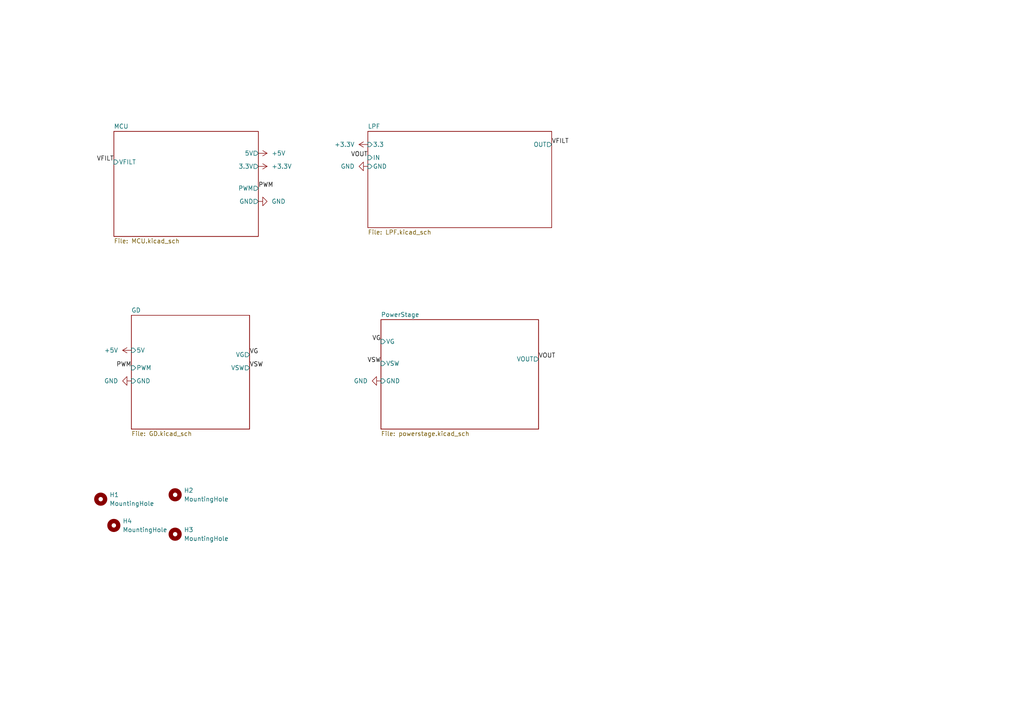
<source format=kicad_sch>
(kicad_sch
	(version 20231120)
	(generator "eeschema")
	(generator_version "8.0")
	(uuid "7f27460f-edcd-4f17-aec5-23474ccb900d")
	(paper "A4")
	(lib_symbols
		(symbol "Mechanical:MountingHole"
			(pin_names
				(offset 1.016)
			)
			(exclude_from_sim yes)
			(in_bom no)
			(on_board yes)
			(property "Reference" "H"
				(at 0 5.08 0)
				(effects
					(font
						(size 1.27 1.27)
					)
				)
			)
			(property "Value" "MountingHole"
				(at 0 3.175 0)
				(effects
					(font
						(size 1.27 1.27)
					)
				)
			)
			(property "Footprint" ""
				(at 0 0 0)
				(effects
					(font
						(size 1.27 1.27)
					)
					(hide yes)
				)
			)
			(property "Datasheet" "~"
				(at 0 0 0)
				(effects
					(font
						(size 1.27 1.27)
					)
					(hide yes)
				)
			)
			(property "Description" "Mounting Hole without connection"
				(at 0 0 0)
				(effects
					(font
						(size 1.27 1.27)
					)
					(hide yes)
				)
			)
			(property "ki_keywords" "mounting hole"
				(at 0 0 0)
				(effects
					(font
						(size 1.27 1.27)
					)
					(hide yes)
				)
			)
			(property "ki_fp_filters" "MountingHole*"
				(at 0 0 0)
				(effects
					(font
						(size 1.27 1.27)
					)
					(hide yes)
				)
			)
			(symbol "MountingHole_0_1"
				(circle
					(center 0 0)
					(radius 1.27)
					(stroke
						(width 1.27)
						(type default)
					)
					(fill
						(type none)
					)
				)
			)
		)
		(symbol "power:+3.3V"
			(power)
			(pin_numbers hide)
			(pin_names
				(offset 0) hide)
			(exclude_from_sim no)
			(in_bom yes)
			(on_board yes)
			(property "Reference" "#PWR"
				(at 0 -3.81 0)
				(effects
					(font
						(size 1.27 1.27)
					)
					(hide yes)
				)
			)
			(property "Value" "+3.3V"
				(at 0 3.556 0)
				(effects
					(font
						(size 1.27 1.27)
					)
				)
			)
			(property "Footprint" ""
				(at 0 0 0)
				(effects
					(font
						(size 1.27 1.27)
					)
					(hide yes)
				)
			)
			(property "Datasheet" ""
				(at 0 0 0)
				(effects
					(font
						(size 1.27 1.27)
					)
					(hide yes)
				)
			)
			(property "Description" "Power symbol creates a global label with name \"+3.3V\""
				(at 0 0 0)
				(effects
					(font
						(size 1.27 1.27)
					)
					(hide yes)
				)
			)
			(property "ki_keywords" "global power"
				(at 0 0 0)
				(effects
					(font
						(size 1.27 1.27)
					)
					(hide yes)
				)
			)
			(symbol "+3.3V_0_1"
				(polyline
					(pts
						(xy -0.762 1.27) (xy 0 2.54)
					)
					(stroke
						(width 0)
						(type default)
					)
					(fill
						(type none)
					)
				)
				(polyline
					(pts
						(xy 0 0) (xy 0 2.54)
					)
					(stroke
						(width 0)
						(type default)
					)
					(fill
						(type none)
					)
				)
				(polyline
					(pts
						(xy 0 2.54) (xy 0.762 1.27)
					)
					(stroke
						(width 0)
						(type default)
					)
					(fill
						(type none)
					)
				)
			)
			(symbol "+3.3V_1_1"
				(pin power_in line
					(at 0 0 90)
					(length 0)
					(name "~"
						(effects
							(font
								(size 1.27 1.27)
							)
						)
					)
					(number "1"
						(effects
							(font
								(size 1.27 1.27)
							)
						)
					)
				)
			)
		)
		(symbol "power:+5V"
			(power)
			(pin_numbers hide)
			(pin_names
				(offset 0) hide)
			(exclude_from_sim no)
			(in_bom yes)
			(on_board yes)
			(property "Reference" "#PWR"
				(at 0 -3.81 0)
				(effects
					(font
						(size 1.27 1.27)
					)
					(hide yes)
				)
			)
			(property "Value" "+5V"
				(at 0 3.556 0)
				(effects
					(font
						(size 1.27 1.27)
					)
				)
			)
			(property "Footprint" ""
				(at 0 0 0)
				(effects
					(font
						(size 1.27 1.27)
					)
					(hide yes)
				)
			)
			(property "Datasheet" ""
				(at 0 0 0)
				(effects
					(font
						(size 1.27 1.27)
					)
					(hide yes)
				)
			)
			(property "Description" "Power symbol creates a global label with name \"+5V\""
				(at 0 0 0)
				(effects
					(font
						(size 1.27 1.27)
					)
					(hide yes)
				)
			)
			(property "ki_keywords" "global power"
				(at 0 0 0)
				(effects
					(font
						(size 1.27 1.27)
					)
					(hide yes)
				)
			)
			(symbol "+5V_0_1"
				(polyline
					(pts
						(xy -0.762 1.27) (xy 0 2.54)
					)
					(stroke
						(width 0)
						(type default)
					)
					(fill
						(type none)
					)
				)
				(polyline
					(pts
						(xy 0 0) (xy 0 2.54)
					)
					(stroke
						(width 0)
						(type default)
					)
					(fill
						(type none)
					)
				)
				(polyline
					(pts
						(xy 0 2.54) (xy 0.762 1.27)
					)
					(stroke
						(width 0)
						(type default)
					)
					(fill
						(type none)
					)
				)
			)
			(symbol "+5V_1_1"
				(pin power_in line
					(at 0 0 90)
					(length 0)
					(name "~"
						(effects
							(font
								(size 1.27 1.27)
							)
						)
					)
					(number "1"
						(effects
							(font
								(size 1.27 1.27)
							)
						)
					)
				)
			)
		)
		(symbol "power:GND"
			(power)
			(pin_numbers hide)
			(pin_names
				(offset 0) hide)
			(exclude_from_sim no)
			(in_bom yes)
			(on_board yes)
			(property "Reference" "#PWR"
				(at 0 -6.35 0)
				(effects
					(font
						(size 1.27 1.27)
					)
					(hide yes)
				)
			)
			(property "Value" "GND"
				(at 0 -3.81 0)
				(effects
					(font
						(size 1.27 1.27)
					)
				)
			)
			(property "Footprint" ""
				(at 0 0 0)
				(effects
					(font
						(size 1.27 1.27)
					)
					(hide yes)
				)
			)
			(property "Datasheet" ""
				(at 0 0 0)
				(effects
					(font
						(size 1.27 1.27)
					)
					(hide yes)
				)
			)
			(property "Description" "Power symbol creates a global label with name \"GND\" , ground"
				(at 0 0 0)
				(effects
					(font
						(size 1.27 1.27)
					)
					(hide yes)
				)
			)
			(property "ki_keywords" "global power"
				(at 0 0 0)
				(effects
					(font
						(size 1.27 1.27)
					)
					(hide yes)
				)
			)
			(symbol "GND_0_1"
				(polyline
					(pts
						(xy 0 0) (xy 0 -1.27) (xy 1.27 -1.27) (xy 0 -2.54) (xy -1.27 -1.27) (xy 0 -1.27)
					)
					(stroke
						(width 0)
						(type default)
					)
					(fill
						(type none)
					)
				)
			)
			(symbol "GND_1_1"
				(pin power_in line
					(at 0 0 270)
					(length 0)
					(name "~"
						(effects
							(font
								(size 1.27 1.27)
							)
						)
					)
					(number "1"
						(effects
							(font
								(size 1.27 1.27)
							)
						)
					)
				)
			)
		)
	)
	(label "VSW"
		(at 72.39 106.68 0)
		(effects
			(font
				(size 1.27 1.27)
			)
			(justify left bottom)
		)
		(uuid "0acc5de2-4c32-4ac6-9e52-62e8acb09c04")
	)
	(label "VOUT"
		(at 106.68 45.72 180)
		(effects
			(font
				(size 1.27 1.27)
			)
			(justify right bottom)
		)
		(uuid "15bd35da-adc4-4a74-8cb3-d8fbe9b2534c")
	)
	(label "VSW"
		(at 110.49 105.41 180)
		(effects
			(font
				(size 1.27 1.27)
			)
			(justify right bottom)
		)
		(uuid "359a3e89-455a-4a0a-b18a-adf035692bb4")
	)
	(label "VG"
		(at 72.39 102.87 0)
		(effects
			(font
				(size 1.27 1.27)
			)
			(justify left bottom)
		)
		(uuid "4032f11a-92b6-4439-8b5f-d97044f6e12b")
	)
	(label "PWM"
		(at 38.1 106.68 180)
		(effects
			(font
				(size 1.27 1.27)
			)
			(justify right bottom)
		)
		(uuid "66bee2dc-89c7-448d-8f4f-332b2d4b58c6")
	)
	(label "VFILT"
		(at 160.02 41.91 0)
		(effects
			(font
				(size 1.27 1.27)
			)
			(justify left bottom)
		)
		(uuid "70bc74f0-cc78-4a82-ae85-e896787e09b4")
	)
	(label "VG"
		(at 110.49 99.06 180)
		(effects
			(font
				(size 1.27 1.27)
			)
			(justify right bottom)
		)
		(uuid "990424e6-0e3a-4e38-8496-f7217bc9f4d1")
	)
	(label "VOUT"
		(at 156.21 104.14 0)
		(effects
			(font
				(size 1.27 1.27)
			)
			(justify left bottom)
		)
		(uuid "9af53626-fdaa-4fac-b4b4-8336ffbe5016")
	)
	(label "VFILT"
		(at 33.02 46.99 180)
		(effects
			(font
				(size 1.27 1.27)
			)
			(justify right bottom)
		)
		(uuid "d9ac09e7-43af-4e1a-8b35-1a0a53d57134")
	)
	(label "PWM"
		(at 74.93 54.61 0)
		(effects
			(font
				(size 1.27 1.27)
			)
			(justify left bottom)
		)
		(uuid "f116ee58-03e8-45b1-af5c-57f43320e9a8")
	)
	(symbol
		(lib_id "power:GND")
		(at 110.49 110.49 270)
		(unit 1)
		(exclude_from_sim no)
		(in_bom yes)
		(on_board yes)
		(dnp no)
		(fields_autoplaced yes)
		(uuid "1c3fa474-9c3e-474f-b129-2ff611610923")
		(property "Reference" "#PWR02"
			(at 104.14 110.49 0)
			(effects
				(font
					(size 1.27 1.27)
				)
				(hide yes)
			)
		)
		(property "Value" "GND"
			(at 106.68 110.4899 90)
			(effects
				(font
					(size 1.27 1.27)
				)
				(justify right)
			)
		)
		(property "Footprint" ""
			(at 110.49 110.49 0)
			(effects
				(font
					(size 1.27 1.27)
				)
				(hide yes)
			)
		)
		(property "Datasheet" ""
			(at 110.49 110.49 0)
			(effects
				(font
					(size 1.27 1.27)
				)
				(hide yes)
			)
		)
		(property "Description" "Power symbol creates a global label with name \"GND\" , ground"
			(at 110.49 110.49 0)
			(effects
				(font
					(size 1.27 1.27)
				)
				(hide yes)
			)
		)
		(pin "1"
			(uuid "03174829-f80d-4f42-9901-31be9f731049")
		)
		(instances
			(project ""
				(path "/7f27460f-edcd-4f17-aec5-23474ccb900d"
					(reference "#PWR02")
					(unit 1)
				)
			)
		)
	)
	(symbol
		(lib_id "Mechanical:MountingHole")
		(at 50.8 143.51 0)
		(unit 1)
		(exclude_from_sim yes)
		(in_bom no)
		(on_board yes)
		(dnp no)
		(fields_autoplaced yes)
		(uuid "21f1b4bf-7f34-425a-8739-084d4a52e5c4")
		(property "Reference" "H2"
			(at 53.34 142.2399 0)
			(effects
				(font
					(size 1.27 1.27)
				)
				(justify left)
			)
		)
		(property "Value" "MountingHole"
			(at 53.34 144.7799 0)
			(effects
				(font
					(size 1.27 1.27)
				)
				(justify left)
			)
		)
		(property "Footprint" "MountingHole:MountingHole_4mm"
			(at 50.8 143.51 0)
			(effects
				(font
					(size 1.27 1.27)
				)
				(hide yes)
			)
		)
		(property "Datasheet" "~"
			(at 50.8 143.51 0)
			(effects
				(font
					(size 1.27 1.27)
				)
				(hide yes)
			)
		)
		(property "Description" "Mounting Hole without connection"
			(at 50.8 143.51 0)
			(effects
				(font
					(size 1.27 1.27)
				)
				(hide yes)
			)
		)
		(property "Part Number" "971100244"
			(at 50.8 143.51 0)
			(effects
				(font
					(size 1.27 1.27)
				)
				(hide yes)
			)
		)
		(instances
			(project "NEW1"
				(path "/7f27460f-edcd-4f17-aec5-23474ccb900d"
					(reference "H2")
					(unit 1)
				)
			)
		)
	)
	(symbol
		(lib_id "Mechanical:MountingHole")
		(at 33.02 152.4 0)
		(unit 1)
		(exclude_from_sim yes)
		(in_bom no)
		(on_board yes)
		(dnp no)
		(fields_autoplaced yes)
		(uuid "22a4db72-6b37-49a8-b10b-67b160f26f8c")
		(property "Reference" "H4"
			(at 35.56 151.1299 0)
			(effects
				(font
					(size 1.27 1.27)
				)
				(justify left)
			)
		)
		(property "Value" "MountingHole"
			(at 35.56 153.6699 0)
			(effects
				(font
					(size 1.27 1.27)
				)
				(justify left)
			)
		)
		(property "Footprint" "MountingHole:MountingHole_4mm"
			(at 33.02 152.4 0)
			(effects
				(font
					(size 1.27 1.27)
				)
				(hide yes)
			)
		)
		(property "Datasheet" "~"
			(at 33.02 152.4 0)
			(effects
				(font
					(size 1.27 1.27)
				)
				(hide yes)
			)
		)
		(property "Description" "Mounting Hole without connection"
			(at 33.02 152.4 0)
			(effects
				(font
					(size 1.27 1.27)
				)
				(hide yes)
			)
		)
		(property "Part Number" "971100244"
			(at 33.02 152.4 0)
			(effects
				(font
					(size 1.27 1.27)
				)
				(hide yes)
			)
		)
		(instances
			(project "NEW1"
				(path "/7f27460f-edcd-4f17-aec5-23474ccb900d"
					(reference "H4")
					(unit 1)
				)
			)
		)
	)
	(symbol
		(lib_id "power:GND")
		(at 74.93 58.42 90)
		(unit 1)
		(exclude_from_sim no)
		(in_bom yes)
		(on_board yes)
		(dnp no)
		(fields_autoplaced yes)
		(uuid "3481b5da-4c00-49ca-8cca-75b1cc49f409")
		(property "Reference" "#PWR03"
			(at 81.28 58.42 0)
			(effects
				(font
					(size 1.27 1.27)
				)
				(hide yes)
			)
		)
		(property "Value" "GND"
			(at 78.74 58.4199 90)
			(effects
				(font
					(size 1.27 1.27)
				)
				(justify right)
			)
		)
		(property "Footprint" ""
			(at 74.93 58.42 0)
			(effects
				(font
					(size 1.27 1.27)
				)
				(hide yes)
			)
		)
		(property "Datasheet" ""
			(at 74.93 58.42 0)
			(effects
				(font
					(size 1.27 1.27)
				)
				(hide yes)
			)
		)
		(property "Description" "Power symbol creates a global label with name \"GND\" , ground"
			(at 74.93 58.42 0)
			(effects
				(font
					(size 1.27 1.27)
				)
				(hide yes)
			)
		)
		(pin "1"
			(uuid "6bdddfec-702a-465f-b2d7-b5a92d9096eb")
		)
		(instances
			(project ""
				(path "/7f27460f-edcd-4f17-aec5-23474ccb900d"
					(reference "#PWR03")
					(unit 1)
				)
			)
		)
	)
	(symbol
		(lib_id "power:+5V")
		(at 38.1 101.6 90)
		(unit 1)
		(exclude_from_sim no)
		(in_bom yes)
		(on_board yes)
		(dnp no)
		(fields_autoplaced yes)
		(uuid "4b5315cb-c500-493e-a8b8-e7e63aa803a8")
		(property "Reference" "#PWR08"
			(at 41.91 101.6 0)
			(effects
				(font
					(size 1.27 1.27)
				)
				(hide yes)
			)
		)
		(property "Value" "+5V"
			(at 34.29 101.5999 90)
			(effects
				(font
					(size 1.27 1.27)
				)
				(justify left)
			)
		)
		(property "Footprint" ""
			(at 38.1 101.6 0)
			(effects
				(font
					(size 1.27 1.27)
				)
				(hide yes)
			)
		)
		(property "Datasheet" ""
			(at 38.1 101.6 0)
			(effects
				(font
					(size 1.27 1.27)
				)
				(hide yes)
			)
		)
		(property "Description" "Power symbol creates a global label with name \"+5V\""
			(at 38.1 101.6 0)
			(effects
				(font
					(size 1.27 1.27)
				)
				(hide yes)
			)
		)
		(pin "1"
			(uuid "cbafb7a4-7dd5-479f-bc84-2e038b389d19")
		)
		(instances
			(project ""
				(path "/7f27460f-edcd-4f17-aec5-23474ccb900d"
					(reference "#PWR08")
					(unit 1)
				)
			)
		)
	)
	(symbol
		(lib_id "Mechanical:MountingHole")
		(at 50.8 154.94 0)
		(unit 1)
		(exclude_from_sim yes)
		(in_bom no)
		(on_board yes)
		(dnp no)
		(fields_autoplaced yes)
		(uuid "5a4cda14-6350-49f6-86ae-caacd451d4eb")
		(property "Reference" "H3"
			(at 53.34 153.6699 0)
			(effects
				(font
					(size 1.27 1.27)
				)
				(justify left)
			)
		)
		(property "Value" "MountingHole"
			(at 53.34 156.2099 0)
			(effects
				(font
					(size 1.27 1.27)
				)
				(justify left)
			)
		)
		(property "Footprint" "MountingHole:MountingHole_4mm"
			(at 50.8 154.94 0)
			(effects
				(font
					(size 1.27 1.27)
				)
				(hide yes)
			)
		)
		(property "Datasheet" "~"
			(at 50.8 154.94 0)
			(effects
				(font
					(size 1.27 1.27)
				)
				(hide yes)
			)
		)
		(property "Description" "Mounting Hole without connection"
			(at 50.8 154.94 0)
			(effects
				(font
					(size 1.27 1.27)
				)
				(hide yes)
			)
		)
		(property "Part Number" "971100244"
			(at 50.8 154.94 0)
			(effects
				(font
					(size 1.27 1.27)
				)
				(hide yes)
			)
		)
		(instances
			(project "NEW1"
				(path "/7f27460f-edcd-4f17-aec5-23474ccb900d"
					(reference "H3")
					(unit 1)
				)
			)
		)
	)
	(symbol
		(lib_id "power:GND")
		(at 38.1 110.49 270)
		(unit 1)
		(exclude_from_sim no)
		(in_bom yes)
		(on_board yes)
		(dnp no)
		(fields_autoplaced yes)
		(uuid "763ff1c6-3758-4bf1-be86-335e659f483d")
		(property "Reference" "#PWR01"
			(at 31.75 110.49 0)
			(effects
				(font
					(size 1.27 1.27)
				)
				(hide yes)
			)
		)
		(property "Value" "GND"
			(at 34.29 110.4899 90)
			(effects
				(font
					(size 1.27 1.27)
				)
				(justify right)
			)
		)
		(property "Footprint" ""
			(at 38.1 110.49 0)
			(effects
				(font
					(size 1.27 1.27)
				)
				(hide yes)
			)
		)
		(property "Datasheet" ""
			(at 38.1 110.49 0)
			(effects
				(font
					(size 1.27 1.27)
				)
				(hide yes)
			)
		)
		(property "Description" "Power symbol creates a global label with name \"GND\" , ground"
			(at 38.1 110.49 0)
			(effects
				(font
					(size 1.27 1.27)
				)
				(hide yes)
			)
		)
		(pin "1"
			(uuid "6d079c74-58fa-4106-9904-53732d769a13")
		)
		(instances
			(project ""
				(path "/7f27460f-edcd-4f17-aec5-23474ccb900d"
					(reference "#PWR01")
					(unit 1)
				)
			)
		)
	)
	(symbol
		(lib_id "Mechanical:MountingHole")
		(at 29.21 144.78 0)
		(unit 1)
		(exclude_from_sim yes)
		(in_bom no)
		(on_board yes)
		(dnp no)
		(fields_autoplaced yes)
		(uuid "9053cea8-b2fa-48c8-9ac1-8a8c092cc4e3")
		(property "Reference" "H1"
			(at 31.75 143.5099 0)
			(effects
				(font
					(size 1.27 1.27)
				)
				(justify left)
			)
		)
		(property "Value" "MountingHole"
			(at 31.75 146.0499 0)
			(effects
				(font
					(size 1.27 1.27)
				)
				(justify left)
			)
		)
		(property "Footprint" "MountingHole:MountingHole_4mm"
			(at 29.21 144.78 0)
			(effects
				(font
					(size 1.27 1.27)
				)
				(hide yes)
			)
		)
		(property "Datasheet" "~"
			(at 29.21 144.78 0)
			(effects
				(font
					(size 1.27 1.27)
				)
				(hide yes)
			)
		)
		(property "Description" "Mounting Hole without connection"
			(at 29.21 144.78 0)
			(effects
				(font
					(size 1.27 1.27)
				)
				(hide yes)
			)
		)
		(property "Part Number" "971100244"
			(at 29.21 144.78 0)
			(effects
				(font
					(size 1.27 1.27)
				)
				(hide yes)
			)
		)
		(instances
			(project ""
				(path "/7f27460f-edcd-4f17-aec5-23474ccb900d"
					(reference "H1")
					(unit 1)
				)
			)
		)
	)
	(symbol
		(lib_id "power:+3.3V")
		(at 74.93 48.26 270)
		(unit 1)
		(exclude_from_sim no)
		(in_bom yes)
		(on_board yes)
		(dnp no)
		(fields_autoplaced yes)
		(uuid "a2489221-f580-4346-ae4f-862aa51f75bd")
		(property "Reference" "#PWR05"
			(at 71.12 48.26 0)
			(effects
				(font
					(size 1.27 1.27)
				)
				(hide yes)
			)
		)
		(property "Value" "+3.3V"
			(at 78.74 48.2599 90)
			(effects
				(font
					(size 1.27 1.27)
				)
				(justify left)
			)
		)
		(property "Footprint" ""
			(at 74.93 48.26 0)
			(effects
				(font
					(size 1.27 1.27)
				)
				(hide yes)
			)
		)
		(property "Datasheet" ""
			(at 74.93 48.26 0)
			(effects
				(font
					(size 1.27 1.27)
				)
				(hide yes)
			)
		)
		(property "Description" "Power symbol creates a global label with name \"+3.3V\""
			(at 74.93 48.26 0)
			(effects
				(font
					(size 1.27 1.27)
				)
				(hide yes)
			)
		)
		(pin "1"
			(uuid "59188fcc-257a-46b1-ac98-7baf05e7e2c5")
		)
		(instances
			(project ""
				(path "/7f27460f-edcd-4f17-aec5-23474ccb900d"
					(reference "#PWR05")
					(unit 1)
				)
			)
		)
	)
	(symbol
		(lib_id "power:+3.3V")
		(at 106.68 41.91 90)
		(unit 1)
		(exclude_from_sim no)
		(in_bom yes)
		(on_board yes)
		(dnp no)
		(fields_autoplaced yes)
		(uuid "c0dee49a-5639-4808-9972-d8ef2b9d8177")
		(property "Reference" "#PWR06"
			(at 110.49 41.91 0)
			(effects
				(font
					(size 1.27 1.27)
				)
				(hide yes)
			)
		)
		(property "Value" "+3.3V"
			(at 102.87 41.9099 90)
			(effects
				(font
					(size 1.27 1.27)
				)
				(justify left)
			)
		)
		(property "Footprint" ""
			(at 106.68 41.91 0)
			(effects
				(font
					(size 1.27 1.27)
				)
				(hide yes)
			)
		)
		(property "Datasheet" ""
			(at 106.68 41.91 0)
			(effects
				(font
					(size 1.27 1.27)
				)
				(hide yes)
			)
		)
		(property "Description" "Power symbol creates a global label with name \"+3.3V\""
			(at 106.68 41.91 0)
			(effects
				(font
					(size 1.27 1.27)
				)
				(hide yes)
			)
		)
		(pin "1"
			(uuid "3f4f6226-4e1d-4c74-b22e-0cd4941e8139")
		)
		(instances
			(project ""
				(path "/7f27460f-edcd-4f17-aec5-23474ccb900d"
					(reference "#PWR06")
					(unit 1)
				)
			)
		)
	)
	(symbol
		(lib_id "power:GND")
		(at 106.68 48.26 270)
		(unit 1)
		(exclude_from_sim no)
		(in_bom yes)
		(on_board yes)
		(dnp no)
		(fields_autoplaced yes)
		(uuid "eabf3ae0-8218-470b-b93d-427863e2128c")
		(property "Reference" "#PWR04"
			(at 100.33 48.26 0)
			(effects
				(font
					(size 1.27 1.27)
				)
				(hide yes)
			)
		)
		(property "Value" "GND"
			(at 102.87 48.2599 90)
			(effects
				(font
					(size 1.27 1.27)
				)
				(justify right)
			)
		)
		(property "Footprint" ""
			(at 106.68 48.26 0)
			(effects
				(font
					(size 1.27 1.27)
				)
				(hide yes)
			)
		)
		(property "Datasheet" ""
			(at 106.68 48.26 0)
			(effects
				(font
					(size 1.27 1.27)
				)
				(hide yes)
			)
		)
		(property "Description" "Power symbol creates a global label with name \"GND\" , ground"
			(at 106.68 48.26 0)
			(effects
				(font
					(size 1.27 1.27)
				)
				(hide yes)
			)
		)
		(pin "1"
			(uuid "8cd2a751-9e60-4aa6-9d46-22ba4009c21d")
		)
		(instances
			(project ""
				(path "/7f27460f-edcd-4f17-aec5-23474ccb900d"
					(reference "#PWR04")
					(unit 1)
				)
			)
		)
	)
	(symbol
		(lib_id "power:+5V")
		(at 74.93 44.45 270)
		(unit 1)
		(exclude_from_sim no)
		(in_bom yes)
		(on_board yes)
		(dnp no)
		(fields_autoplaced yes)
		(uuid "f1f4a838-c565-4e3c-be64-6a7fb75355f6")
		(property "Reference" "#PWR07"
			(at 71.12 44.45 0)
			(effects
				(font
					(size 1.27 1.27)
				)
				(hide yes)
			)
		)
		(property "Value" "+5V"
			(at 78.74 44.4499 90)
			(effects
				(font
					(size 1.27 1.27)
				)
				(justify left)
			)
		)
		(property "Footprint" ""
			(at 74.93 44.45 0)
			(effects
				(font
					(size 1.27 1.27)
				)
				(hide yes)
			)
		)
		(property "Datasheet" ""
			(at 74.93 44.45 0)
			(effects
				(font
					(size 1.27 1.27)
				)
				(hide yes)
			)
		)
		(property "Description" "Power symbol creates a global label with name \"+5V\""
			(at 74.93 44.45 0)
			(effects
				(font
					(size 1.27 1.27)
				)
				(hide yes)
			)
		)
		(pin "1"
			(uuid "7d85e98b-4ae1-4737-81d7-f35d221b1573")
		)
		(instances
			(project ""
				(path "/7f27460f-edcd-4f17-aec5-23474ccb900d"
					(reference "#PWR07")
					(unit 1)
				)
			)
		)
	)
	(sheet
		(at 110.49 92.71)
		(size 45.72 31.75)
		(fields_autoplaced yes)
		(stroke
			(width 0.1524)
			(type solid)
		)
		(fill
			(color 0 0 0 0.0000)
		)
		(uuid "61ab86af-0b69-4601-a42a-ab50c6e164b6")
		(property "Sheetname" "PowerStage"
			(at 110.49 91.9984 0)
			(effects
				(font
					(size 1.27 1.27)
				)
				(justify left bottom)
			)
		)
		(property "Sheetfile" "powerstage.kicad_sch"
			(at 110.49 125.0446 0)
			(effects
				(font
					(size 1.27 1.27)
				)
				(justify left top)
			)
		)
		(pin "VG" input
			(at 110.49 99.06 180)
			(effects
				(font
					(size 1.27 1.27)
				)
				(justify left)
			)
			(uuid "5610c89c-f054-4438-b62a-ee8854adda4b")
		)
		(pin "VSW" input
			(at 110.49 105.41 180)
			(effects
				(font
					(size 1.27 1.27)
				)
				(justify left)
			)
			(uuid "fa733140-71f4-424a-8904-8cf0bfbd5956")
		)
		(pin "GND" input
			(at 110.49 110.49 180)
			(effects
				(font
					(size 1.27 1.27)
				)
				(justify left)
			)
			(uuid "2ea2bb2b-8e45-4b1e-b599-1d87c24e06ec")
		)
		(pin "VOUT" output
			(at 156.21 104.14 0)
			(effects
				(font
					(size 1.27 1.27)
				)
				(justify right)
			)
			(uuid "88bc5e27-1445-4695-b4a1-5027906a16e9")
		)
		(instances
			(project "NEW1"
				(path "/7f27460f-edcd-4f17-aec5-23474ccb900d"
					(page "5")
				)
			)
		)
	)
	(sheet
		(at 106.68 38.1)
		(size 53.34 27.94)
		(fields_autoplaced yes)
		(stroke
			(width 0.1524)
			(type solid)
		)
		(fill
			(color 0 0 0 0.0000)
		)
		(uuid "68f1c2b9-f8e6-4df9-b77c-5a4062b6111f")
		(property "Sheetname" "LPF"
			(at 106.68 37.3884 0)
			(effects
				(font
					(size 1.27 1.27)
				)
				(justify left bottom)
			)
		)
		(property "Sheetfile" "LPF.kicad_sch"
			(at 106.68 66.6246 0)
			(effects
				(font
					(size 1.27 1.27)
				)
				(justify left top)
			)
		)
		(pin "3.3" input
			(at 106.68 41.91 180)
			(effects
				(font
					(size 1.27 1.27)
				)
				(justify left)
			)
			(uuid "75e597d3-2ac3-4ec8-94ec-a33847917078")
		)
		(pin "IN" input
			(at 106.68 45.72 180)
			(effects
				(font
					(size 1.27 1.27)
				)
				(justify left)
			)
			(uuid "ab7d16bd-c27d-4645-8dcd-581d05990372")
		)
		(pin "GND" input
			(at 106.68 48.26 180)
			(effects
				(font
					(size 1.27 1.27)
				)
				(justify left)
			)
			(uuid "8b653e8b-5d60-4421-87b1-c304afa6f5df")
		)
		(pin "OUT" output
			(at 160.02 41.91 0)
			(effects
				(font
					(size 1.27 1.27)
				)
				(justify right)
			)
			(uuid "6bed92d3-818c-4903-b467-2a0d93db3cc9")
		)
		(instances
			(project "NEW1"
				(path "/7f27460f-edcd-4f17-aec5-23474ccb900d"
					(page "3")
				)
			)
		)
	)
	(sheet
		(at 38.1 91.44)
		(size 34.29 33.02)
		(fields_autoplaced yes)
		(stroke
			(width 0.1524)
			(type solid)
		)
		(fill
			(color 0 0 0 0.0000)
		)
		(uuid "8ef7c625-75c7-44b6-a787-19d5b838164a")
		(property "Sheetname" "GD"
			(at 38.1 90.7284 0)
			(effects
				(font
					(size 1.27 1.27)
				)
				(justify left bottom)
			)
		)
		(property "Sheetfile" "GD.kicad_sch"
			(at 38.1 125.0446 0)
			(effects
				(font
					(size 1.27 1.27)
				)
				(justify left top)
			)
		)
		(pin "5V" input
			(at 38.1 101.6 180)
			(effects
				(font
					(size 1.27 1.27)
				)
				(justify left)
			)
			(uuid "2c27ebdf-f8b5-421b-8650-09cbee508df2")
		)
		(pin "PWM" input
			(at 38.1 106.68 180)
			(effects
				(font
					(size 1.27 1.27)
				)
				(justify left)
			)
			(uuid "65a3ad3e-944f-4908-8678-311ad4cc5730")
		)
		(pin "GND" input
			(at 38.1 110.49 180)
			(effects
				(font
					(size 1.27 1.27)
				)
				(justify left)
			)
			(uuid "13f46bad-dd9c-4510-aaef-2fa303d2e9f2")
		)
		(pin "VG" output
			(at 72.39 102.87 0)
			(effects
				(font
					(size 1.27 1.27)
				)
				(justify right)
			)
			(uuid "b0db838c-e8cf-4e2f-9d9d-6b932a09ddc7")
		)
		(pin "VSW" output
			(at 72.39 106.68 0)
			(effects
				(font
					(size 1.27 1.27)
				)
				(justify right)
			)
			(uuid "8f67f7e9-376c-4539-bb7e-c0f7216f271e")
		)
		(instances
			(project "NEW1"
				(path "/7f27460f-edcd-4f17-aec5-23474ccb900d"
					(page "4")
				)
			)
		)
	)
	(sheet
		(at 33.02 38.1)
		(size 41.91 30.48)
		(fields_autoplaced yes)
		(stroke
			(width 0.1524)
			(type solid)
		)
		(fill
			(color 0 0 0 0.0000)
		)
		(uuid "f911f594-d1f0-4082-b81a-9bb425ff2ebe")
		(property "Sheetname" "MCU"
			(at 33.02 37.3884 0)
			(effects
				(font
					(size 1.27 1.27)
				)
				(justify left bottom)
			)
		)
		(property "Sheetfile" "MCU.kicad_sch"
			(at 33.02 69.1646 0)
			(effects
				(font
					(size 1.27 1.27)
				)
				(justify left top)
			)
		)
		(pin "3.3V" output
			(at 74.93 48.26 0)
			(effects
				(font
					(size 1.27 1.27)
				)
				(justify right)
			)
			(uuid "c2934816-c76c-4130-bae0-ad806d637514")
		)
		(pin "5V" output
			(at 74.93 44.45 0)
			(effects
				(font
					(size 1.27 1.27)
				)
				(justify right)
			)
			(uuid "9f6fd7eb-393e-43d3-ac41-043d4fb581e9")
		)
		(pin "GND" output
			(at 74.93 58.42 0)
			(effects
				(font
					(size 1.27 1.27)
				)
				(justify right)
			)
			(uuid "500542ed-fec0-47d1-ab18-46c949bb7568")
		)
		(pin "PWM" output
			(at 74.93 54.61 0)
			(effects
				(font
					(size 1.27 1.27)
				)
				(justify right)
			)
			(uuid "8accb462-32cd-469e-8711-8a4892efeb2e")
		)
		(pin "VFILT" input
			(at 33.02 46.99 180)
			(effects
				(font
					(size 1.27 1.27)
				)
				(justify left)
			)
			(uuid "4dcf42fd-5d0b-4248-9c3c-51ff223d2ea0")
		)
		(instances
			(project "NEW1"
				(path "/7f27460f-edcd-4f17-aec5-23474ccb900d"
					(page "2")
				)
			)
		)
	)
	(sheet_instances
		(path "/"
			(page "1")
		)
	)
)

</source>
